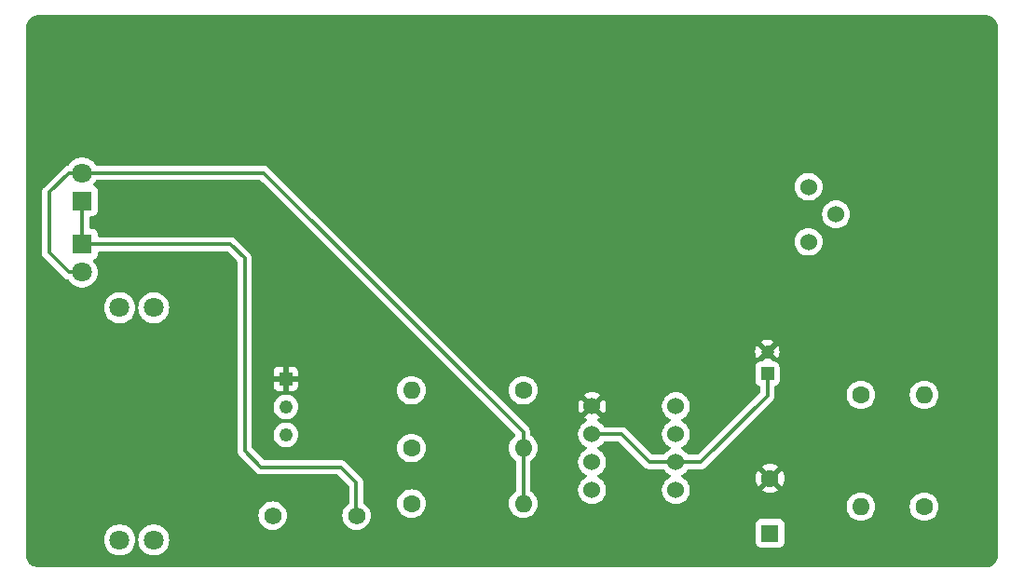
<source format=gbr>
%TF.GenerationSoftware,KiCad,Pcbnew,8.0.3*%
%TF.CreationDate,2024-06-29T12:04:23+02:00*%
%TF.ProjectId,business_card,62757369-6e65-4737-935f-636172642e6b,v01*%
%TF.SameCoordinates,PX6590fa0PY7bfa480*%
%TF.FileFunction,Copper,L2,Bot*%
%TF.FilePolarity,Positive*%
%FSLAX46Y46*%
G04 Gerber Fmt 4.6, Leading zero omitted, Abs format (unit mm)*
G04 Created by KiCad (PCBNEW 8.0.3) date 2024-06-29 12:04:23*
%MOMM*%
%LPD*%
G01*
G04 APERTURE LIST*
%TA.AperFunction,ComponentPad*%
%ADD10C,1.575000*%
%TD*%
%TA.AperFunction,ComponentPad*%
%ADD11C,1.800000*%
%TD*%
%TA.AperFunction,ComponentPad*%
%ADD12R,1.800000X1.800000*%
%TD*%
%TA.AperFunction,ComponentPad*%
%ADD13R,1.200000X1.200000*%
%TD*%
%TA.AperFunction,ComponentPad*%
%ADD14C,1.200000*%
%TD*%
%TA.AperFunction,ComponentPad*%
%ADD15R,1.600000X1.600000*%
%TD*%
%TA.AperFunction,ComponentPad*%
%ADD16C,1.600000*%
%TD*%
%TA.AperFunction,ComponentPad*%
%ADD17O,1.600000X1.600000*%
%TD*%
%TA.AperFunction,ComponentPad*%
%ADD18R,1.234000X1.234000*%
%TD*%
%TA.AperFunction,ComponentPad*%
%ADD19C,1.234000*%
%TD*%
%TA.AperFunction,ComponentPad*%
%ADD20C,1.524000*%
%TD*%
%TA.AperFunction,Conductor*%
%ADD21C,0.300000*%
%TD*%
%TA.AperFunction,Conductor*%
%ADD22C,0.250000*%
%TD*%
G04 APERTURE END LIST*
D10*
%TO.P,SW1,2*%
%TO.N,+3V0*%
X30920000Y5600000D03*
%TO.P,SW1,1*%
%TO.N,Net-(BT1-+3V0-Pad2)*%
X23300000Y5600000D03*
%TD*%
D11*
%TO.P,BT1,2,+3V0*%
%TO.N,Net-(BT1-+3V0-Pad2)*%
X12500000Y24500000D03*
%TO.P,BT1,3,+3V0*%
X9400000Y24500000D03*
%TO.P,BT1,4,+3V0*%
X12500000Y3400000D03*
%TO.P,BT1,5,+3V0*%
X9400000Y3400000D03*
%TD*%
D12*
%TO.P,D1,1,K*%
%TO.N,+3V0*%
X6000000Y34225000D03*
D11*
%TO.P,D1,2,A*%
%TO.N,Net-(D1-A)*%
X6000000Y36765000D03*
%TD*%
D13*
%TO.P,C1,1*%
%TO.N,/THRES{slash}TRIG*%
X68250000Y18500000D03*
D14*
%TO.P,C1,2*%
%TO.N,GND*%
X68250000Y20500000D03*
%TD*%
D15*
%TO.P,C2,1*%
%TO.N,/CONT*%
X68500000Y4000000D03*
D16*
%TO.P,C2,2*%
%TO.N,GND*%
X68500000Y9000000D03*
%TD*%
%TO.P,R1,1*%
%TO.N,+3V0*%
X76750000Y16580000D03*
D17*
%TO.P,R1,2*%
%TO.N,/DISCH*%
X76750000Y6420000D03*
%TD*%
D16*
%TO.P,R5,1*%
%TO.N,Net-(Q1-C)*%
X35920000Y6700000D03*
D17*
%TO.P,R5,2*%
%TO.N,Net-(D1-A)*%
X46080000Y6700000D03*
%TD*%
D12*
%TO.P,D2,1,K*%
%TO.N,+3V0*%
X6000000Y30275000D03*
D11*
%TO.P,D2,2,A*%
%TO.N,Net-(D1-A)*%
X6000000Y27735000D03*
%TD*%
D18*
%TO.P,Q1,1,E*%
%TO.N,GND*%
X24500000Y18040000D03*
D19*
%TO.P,Q1,2,B*%
%TO.N,Net-(Q1-B)*%
X24500000Y15500000D03*
%TO.P,Q1,3,C*%
%TO.N,Net-(Q1-C)*%
X24500000Y12960000D03*
%TD*%
D20*
%TO.P,U1,1,GND*%
%TO.N,GND*%
X52327500Y15560000D03*
%TO.P,U1,2,TRIG*%
%TO.N,/THRES{slash}TRIG*%
X52327500Y13020000D03*
%TO.P,U1,3,OUT*%
%TO.N,/OUT*%
X52327500Y10480000D03*
%TO.P,U1,4,RESET*%
%TO.N,+3V0*%
X52327500Y7940000D03*
%TO.P,U1,5,CONT*%
%TO.N,/CONT*%
X59947500Y7940000D03*
%TO.P,U1,6,THRES*%
%TO.N,/THRES{slash}TRIG*%
X59947500Y10480000D03*
%TO.P,U1,7,DISCH*%
%TO.N,/DISCH*%
X59947500Y13020000D03*
%TO.P,U1,8,VDD*%
%TO.N,+3V0*%
X59947500Y15560000D03*
%TD*%
D16*
%TO.P,R4,1*%
%TO.N,Net-(Q1-C)*%
X35920000Y11750000D03*
D17*
%TO.P,R4,2*%
%TO.N,Net-(D1-A)*%
X46080000Y11750000D03*
%TD*%
D16*
%TO.P,R3,1*%
%TO.N,/OUT*%
X46080000Y17000000D03*
D17*
%TO.P,R3,2*%
%TO.N,Net-(Q1-B)*%
X35920000Y17000000D03*
%TD*%
D20*
%TO.P,RV1,1,1*%
%TO.N,Net-(R2-Pad1)*%
X72000000Y35500000D03*
%TO.P,RV1,2,2*%
%TO.N,/THRES{slash}TRIG*%
X74500000Y33000000D03*
%TO.P,RV1,3,3*%
%TO.N,unconnected-(RV1-Pad3)*%
X72000000Y30500000D03*
%TD*%
D16*
%TO.P,R2,1*%
%TO.N,Net-(R2-Pad1)*%
X82500000Y6420000D03*
D17*
%TO.P,R2,2*%
%TO.N,/DISCH*%
X82500000Y16580000D03*
%TD*%
D21*
%TO.N,/THRES{slash}TRIG*%
X55000000Y13000000D02*
X57520000Y10480000D01*
X68250000Y16500000D02*
X68250000Y18027400D01*
X52347500Y13000000D02*
X55000000Y13000000D01*
X62230000Y10480000D02*
X68250000Y16500000D01*
X59947500Y10480000D02*
X62230000Y10480000D01*
X52327500Y13020000D02*
X52347500Y13000000D01*
X57520000Y10480000D02*
X59947500Y10480000D01*
%TO.N,+3V0*%
X29500000Y10000000D02*
X22250000Y10000000D01*
X6000000Y34225000D02*
X6000000Y30275000D01*
D22*
X6000000Y34225000D02*
X6000000Y34000000D01*
D21*
X30900000Y5600000D02*
X30900000Y8600000D01*
X20750000Y29000000D02*
X19475000Y30275000D01*
X30900000Y5600000D02*
X30900000Y5650000D01*
X30900000Y8600000D02*
X29500000Y10000000D01*
X22250000Y10000000D02*
X20750000Y11500000D01*
X20750000Y11500000D02*
X20750000Y29000000D01*
X30900000Y5650000D02*
X31000000Y5750000D01*
X19475000Y30275000D02*
X6000000Y30275000D01*
%TO.N,Net-(D1-A)*%
X3000000Y29500000D02*
X4765000Y27735000D01*
D22*
X6000000Y27725000D02*
X6225000Y27500000D01*
D21*
X4765000Y36765000D02*
X3000000Y35000000D01*
X46080000Y7000000D02*
X46080000Y11750000D01*
X46080000Y11750000D02*
X46080000Y13170000D01*
X3000000Y35000000D02*
X3000000Y29500000D01*
X22485000Y36765000D02*
X6000000Y36765000D01*
X6000000Y36765000D02*
X4765000Y36765000D01*
X4765000Y27735000D02*
X6000000Y27735000D01*
X46080000Y13170000D02*
X22485000Y36765000D01*
%TD*%
%TA.AperFunction,Conductor*%
%TO.N,GND*%
G36*
X88105433Y51099079D02*
G01*
X88280160Y51083787D01*
X88301443Y51080034D01*
X88465613Y51036040D01*
X88485922Y51028647D01*
X88639957Y50956816D01*
X88658674Y50946009D01*
X88797894Y50848525D01*
X88814451Y50834632D01*
X88934631Y50714452D01*
X88948524Y50697895D01*
X89046008Y50558675D01*
X89056815Y50539958D01*
X89128646Y50385923D01*
X89136039Y50365613D01*
X89180032Y50201446D01*
X89183786Y50180159D01*
X89199077Y50005434D01*
X89199549Y49994624D01*
X89199500Y2037596D01*
X89199500Y1995413D01*
X89199028Y1984605D01*
X89183741Y1809884D01*
X89179988Y1788599D01*
X89135999Y1624427D01*
X89128606Y1604115D01*
X89056779Y1450082D01*
X89045972Y1431364D01*
X88948488Y1292142D01*
X88934594Y1275584D01*
X88814416Y1155406D01*
X88797858Y1141512D01*
X88658636Y1044028D01*
X88639918Y1033221D01*
X88485885Y961394D01*
X88465573Y954001D01*
X88301401Y910012D01*
X88280115Y906259D01*
X88105397Y890973D01*
X88094576Y890501D01*
X2047566Y900443D01*
X2047515Y900448D01*
X1995843Y900449D01*
X1995757Y900474D01*
X1995583Y900450D01*
X1995561Y900450D01*
X1995117Y900450D01*
X1984572Y900922D01*
X1809840Y916214D01*
X1788554Y919968D01*
X1624387Y963961D01*
X1604077Y971354D01*
X1450042Y1043185D01*
X1431325Y1053992D01*
X1292105Y1151476D01*
X1275548Y1165369D01*
X1155368Y1285549D01*
X1141475Y1302106D01*
X1043991Y1441326D01*
X1033184Y1460043D01*
X961353Y1614078D01*
X953960Y1634388D01*
X909967Y1798555D01*
X906213Y1819841D01*
X890922Y1994555D01*
X890450Y2005392D01*
X890625Y2842456D01*
X890742Y3400007D01*
X7994700Y3400007D01*
X7994700Y3399994D01*
X8013864Y3168703D01*
X8013866Y3168692D01*
X8070842Y2943700D01*
X8164075Y2731152D01*
X8291016Y2536853D01*
X8291019Y2536849D01*
X8291021Y2536847D01*
X8448216Y2366087D01*
X8448219Y2366085D01*
X8448222Y2366082D01*
X8631365Y2223536D01*
X8631371Y2223532D01*
X8631374Y2223530D01*
X8835497Y2113064D01*
X8949487Y2073932D01*
X9055015Y2037703D01*
X9055017Y2037703D01*
X9055019Y2037702D01*
X9283951Y1999500D01*
X9283952Y1999500D01*
X9516048Y1999500D01*
X9516049Y1999500D01*
X9744981Y2037702D01*
X9964503Y2113064D01*
X10168626Y2223530D01*
X10351784Y2366087D01*
X10508979Y2536847D01*
X10635924Y2731151D01*
X10729157Y2943700D01*
X10786134Y3168695D01*
X10805300Y3400000D01*
X10805300Y3400007D01*
X11094700Y3400007D01*
X11094700Y3399994D01*
X11113864Y3168703D01*
X11113866Y3168692D01*
X11170842Y2943700D01*
X11264075Y2731152D01*
X11391016Y2536853D01*
X11391019Y2536849D01*
X11391021Y2536847D01*
X11548216Y2366087D01*
X11548219Y2366085D01*
X11548222Y2366082D01*
X11731365Y2223536D01*
X11731371Y2223532D01*
X11731374Y2223530D01*
X11935497Y2113064D01*
X12049487Y2073932D01*
X12155015Y2037703D01*
X12155017Y2037703D01*
X12155019Y2037702D01*
X12383951Y1999500D01*
X12383952Y1999500D01*
X12616048Y1999500D01*
X12616049Y1999500D01*
X12844981Y2037702D01*
X13064503Y2113064D01*
X13268626Y2223530D01*
X13451784Y2366087D01*
X13608979Y2536847D01*
X13735924Y2731151D01*
X13829157Y2943700D01*
X13886134Y3168695D01*
X13905300Y3400000D01*
X13905300Y3400007D01*
X13886135Y3631298D01*
X13886133Y3631309D01*
X13829157Y3856301D01*
X13735924Y4068849D01*
X13608983Y4263148D01*
X13608980Y4263151D01*
X13608979Y4263153D01*
X13451784Y4433913D01*
X13451779Y4433917D01*
X13451777Y4433919D01*
X13268634Y4576465D01*
X13268628Y4576469D01*
X13064504Y4686936D01*
X13064495Y4686939D01*
X12844984Y4762298D01*
X12673282Y4790950D01*
X12616049Y4800500D01*
X12383951Y4800500D01*
X12338164Y4792860D01*
X12155015Y4762298D01*
X11935504Y4686939D01*
X11935495Y4686936D01*
X11731371Y4576469D01*
X11731365Y4576465D01*
X11548222Y4433919D01*
X11548219Y4433916D01*
X11548216Y4433914D01*
X11548216Y4433913D01*
X11489267Y4369878D01*
X11391016Y4263148D01*
X11264075Y4068849D01*
X11170842Y3856301D01*
X11113866Y3631309D01*
X11113864Y3631298D01*
X11094700Y3400007D01*
X10805300Y3400007D01*
X10786135Y3631298D01*
X10786133Y3631309D01*
X10729157Y3856301D01*
X10635924Y4068849D01*
X10508983Y4263148D01*
X10508980Y4263151D01*
X10508979Y4263153D01*
X10351784Y4433913D01*
X10351779Y4433917D01*
X10351777Y4433919D01*
X10168634Y4576465D01*
X10168628Y4576469D01*
X9964504Y4686936D01*
X9964495Y4686939D01*
X9744984Y4762298D01*
X9573282Y4790950D01*
X9516049Y4800500D01*
X9283951Y4800500D01*
X9238164Y4792860D01*
X9055015Y4762298D01*
X8835504Y4686939D01*
X8835495Y4686936D01*
X8631371Y4576469D01*
X8631365Y4576465D01*
X8448222Y4433919D01*
X8448219Y4433916D01*
X8448216Y4433914D01*
X8448216Y4433913D01*
X8389267Y4369878D01*
X8291016Y4263148D01*
X8164075Y4068849D01*
X8070842Y3856301D01*
X8013866Y3631309D01*
X8013864Y3631298D01*
X7994700Y3400007D01*
X890742Y3400007D01*
X891203Y5600003D01*
X22007080Y5600003D01*
X22007080Y5599998D01*
X22026721Y5375493D01*
X22026722Y5375486D01*
X22085051Y5157800D01*
X22085055Y5157789D01*
X22180296Y4953544D01*
X22180302Y4953534D01*
X22254293Y4847865D01*
X22309566Y4768927D01*
X22468927Y4609566D01*
X22653540Y4480298D01*
X22753001Y4433919D01*
X22857788Y4385056D01*
X22857790Y4385056D01*
X22857795Y4385053D01*
X23075487Y4326722D01*
X23235853Y4312692D01*
X23299998Y4307080D01*
X23300000Y4307080D01*
X23300002Y4307080D01*
X23356128Y4311991D01*
X23524513Y4326722D01*
X23742205Y4385053D01*
X23946460Y4480298D01*
X24131073Y4609566D01*
X24290434Y4768927D01*
X24419702Y4953540D01*
X24514947Y5157795D01*
X24573278Y5375487D01*
X24590246Y5569433D01*
X24592920Y5599998D01*
X24592920Y5600003D01*
X24573278Y5824508D01*
X24573278Y5824513D01*
X24514947Y6042205D01*
X24419702Y6246460D01*
X24290434Y6431073D01*
X24131073Y6590434D01*
X24023374Y6665846D01*
X23946466Y6719698D01*
X23946463Y6719700D01*
X23946460Y6719702D01*
X23946456Y6719704D01*
X23742211Y6814945D01*
X23742200Y6814949D01*
X23524514Y6873278D01*
X23524507Y6873279D01*
X23300002Y6892920D01*
X23299998Y6892920D01*
X23075492Y6873279D01*
X23075485Y6873278D01*
X22857799Y6814949D01*
X22857788Y6814945D01*
X22653543Y6719704D01*
X22653533Y6719698D01*
X22468926Y6590434D01*
X22309566Y6431074D01*
X22180302Y6246467D01*
X22180296Y6246457D01*
X22085055Y6042212D01*
X22085051Y6042201D01*
X22026722Y5824515D01*
X22026721Y5824508D01*
X22007080Y5600003D01*
X891203Y5600003D01*
X895159Y24500007D01*
X7994700Y24500007D01*
X7994700Y24499994D01*
X8013864Y24268703D01*
X8013866Y24268692D01*
X8070842Y24043700D01*
X8164075Y23831152D01*
X8291016Y23636853D01*
X8291019Y23636849D01*
X8291021Y23636847D01*
X8448216Y23466087D01*
X8448219Y23466085D01*
X8448222Y23466082D01*
X8631365Y23323536D01*
X8631371Y23323532D01*
X8631374Y23323530D01*
X8835497Y23213064D01*
X8949487Y23173932D01*
X9055015Y23137703D01*
X9055017Y23137703D01*
X9055019Y23137702D01*
X9283951Y23099500D01*
X9283952Y23099500D01*
X9516048Y23099500D01*
X9516049Y23099500D01*
X9744981Y23137702D01*
X9964503Y23213064D01*
X10168626Y23323530D01*
X10351784Y23466087D01*
X10508979Y23636847D01*
X10635924Y23831151D01*
X10729157Y24043700D01*
X10786134Y24268695D01*
X10805300Y24500000D01*
X10805300Y24500007D01*
X11094700Y24500007D01*
X11094700Y24499994D01*
X11113864Y24268703D01*
X11113866Y24268692D01*
X11170842Y24043700D01*
X11264075Y23831152D01*
X11391016Y23636853D01*
X11391019Y23636849D01*
X11391021Y23636847D01*
X11548216Y23466087D01*
X11548219Y23466085D01*
X11548222Y23466082D01*
X11731365Y23323536D01*
X11731371Y23323532D01*
X11731374Y23323530D01*
X11935497Y23213064D01*
X12049487Y23173932D01*
X12155015Y23137703D01*
X12155017Y23137703D01*
X12155019Y23137702D01*
X12383951Y23099500D01*
X12383952Y23099500D01*
X12616048Y23099500D01*
X12616049Y23099500D01*
X12844981Y23137702D01*
X13064503Y23213064D01*
X13268626Y23323530D01*
X13451784Y23466087D01*
X13608979Y23636847D01*
X13735924Y23831151D01*
X13829157Y24043700D01*
X13886134Y24268695D01*
X13905300Y24500000D01*
X13905300Y24500007D01*
X13886135Y24731298D01*
X13886133Y24731309D01*
X13829157Y24956301D01*
X13735924Y25168849D01*
X13608983Y25363148D01*
X13608980Y25363151D01*
X13608979Y25363153D01*
X13451784Y25533913D01*
X13451779Y25533917D01*
X13451777Y25533919D01*
X13268634Y25676465D01*
X13268628Y25676469D01*
X13064504Y25786936D01*
X13064495Y25786939D01*
X12844984Y25862298D01*
X12673282Y25890950D01*
X12616049Y25900500D01*
X12383951Y25900500D01*
X12338164Y25892860D01*
X12155015Y25862298D01*
X11935504Y25786939D01*
X11935495Y25786936D01*
X11731371Y25676469D01*
X11731365Y25676465D01*
X11548222Y25533919D01*
X11548219Y25533916D01*
X11391016Y25363148D01*
X11264075Y25168849D01*
X11170842Y24956301D01*
X11113866Y24731309D01*
X11113864Y24731298D01*
X11094700Y24500007D01*
X10805300Y24500007D01*
X10786135Y24731298D01*
X10786133Y24731309D01*
X10729157Y24956301D01*
X10635924Y25168849D01*
X10508983Y25363148D01*
X10508980Y25363151D01*
X10508979Y25363153D01*
X10351784Y25533913D01*
X10351779Y25533917D01*
X10351777Y25533919D01*
X10168634Y25676465D01*
X10168628Y25676469D01*
X9964504Y25786936D01*
X9964495Y25786939D01*
X9744984Y25862298D01*
X9573282Y25890950D01*
X9516049Y25900500D01*
X9283951Y25900500D01*
X9238164Y25892860D01*
X9055015Y25862298D01*
X8835504Y25786939D01*
X8835495Y25786936D01*
X8631371Y25676469D01*
X8631365Y25676465D01*
X8448222Y25533919D01*
X8448219Y25533916D01*
X8291016Y25363148D01*
X8164075Y25168849D01*
X8070842Y24956301D01*
X8013866Y24731309D01*
X8013864Y24731298D01*
X7994700Y24500007D01*
X895159Y24500007D01*
X897371Y35064072D01*
X2349500Y35064072D01*
X2349500Y29435930D01*
X2364400Y29361028D01*
X2364400Y29361026D01*
X2374497Y29310263D01*
X2374499Y29310256D01*
X2423535Y29191873D01*
X2463096Y29132665D01*
X2494726Y29085327D01*
X4350326Y27229727D01*
X4350329Y27229725D01*
X4350331Y27229723D01*
X4456873Y27158535D01*
X4575256Y27109499D01*
X4575260Y27109499D01*
X4575261Y27109498D01*
X4706906Y27083311D01*
X4706427Y27080905D01*
X4761204Y27058814D01*
X4788111Y27029362D01*
X4825373Y26972329D01*
X4891016Y26871853D01*
X4891019Y26871849D01*
X4891021Y26871847D01*
X5048216Y26701087D01*
X5048219Y26701085D01*
X5048222Y26701082D01*
X5231365Y26558536D01*
X5231371Y26558532D01*
X5231374Y26558530D01*
X5435497Y26448064D01*
X5549487Y26408932D01*
X5655015Y26372703D01*
X5655017Y26372703D01*
X5655019Y26372702D01*
X5883951Y26334500D01*
X5883952Y26334500D01*
X6116048Y26334500D01*
X6116049Y26334500D01*
X6344981Y26372702D01*
X6564503Y26448064D01*
X6768626Y26558530D01*
X6951784Y26701087D01*
X7108979Y26871847D01*
X7235924Y27066151D01*
X7329157Y27278700D01*
X7386134Y27503695D01*
X7405300Y27735000D01*
X7405300Y27735007D01*
X7386135Y27966298D01*
X7386133Y27966309D01*
X7329157Y28191301D01*
X7235924Y28403849D01*
X7108983Y28598148D01*
X7108980Y28598151D01*
X7108979Y28598153D01*
X7014195Y28701116D01*
X6983275Y28763768D01*
X6991135Y28833194D01*
X7035283Y28887349D01*
X7062095Y28901278D01*
X7142326Y28931202D01*
X7142326Y28931203D01*
X7142331Y28931204D01*
X7257546Y29017454D01*
X7343796Y29132669D01*
X7394091Y29267517D01*
X7400500Y29327127D01*
X7400500Y29500500D01*
X7420185Y29567539D01*
X7472989Y29613294D01*
X7524500Y29624500D01*
X19154192Y29624500D01*
X19221231Y29604815D01*
X19241873Y29588181D01*
X20063181Y28766873D01*
X20096666Y28705550D01*
X20099500Y28679192D01*
X20099500Y11435931D01*
X20114306Y11361500D01*
X20124499Y11310256D01*
X20173535Y11191873D01*
X20244723Y11085331D01*
X20244726Y11085327D01*
X21835324Y9494729D01*
X21835331Y9494723D01*
X21941871Y9423536D01*
X21941870Y9423536D01*
X21976544Y9409174D01*
X22060256Y9374499D01*
X22060260Y9374499D01*
X22060261Y9374498D01*
X22185928Y9349500D01*
X22185931Y9349500D01*
X29179192Y9349500D01*
X29246231Y9329815D01*
X29266873Y9313181D01*
X30213181Y8366873D01*
X30246666Y8305550D01*
X30249500Y8279192D01*
X30249500Y6767420D01*
X30229815Y6700381D01*
X30196624Y6665846D01*
X30088934Y6590440D01*
X30088923Y6590431D01*
X29929566Y6431074D01*
X29800302Y6246467D01*
X29800296Y6246457D01*
X29705055Y6042212D01*
X29705051Y6042201D01*
X29646722Y5824515D01*
X29646721Y5824508D01*
X29627080Y5600003D01*
X29627080Y5599998D01*
X29646721Y5375493D01*
X29646722Y5375486D01*
X29705051Y5157800D01*
X29705055Y5157789D01*
X29800296Y4953544D01*
X29800302Y4953534D01*
X29874293Y4847865D01*
X29929566Y4768927D01*
X30088927Y4609566D01*
X30273540Y4480298D01*
X30373001Y4433919D01*
X30477788Y4385056D01*
X30477790Y4385056D01*
X30477795Y4385053D01*
X30695487Y4326722D01*
X30855853Y4312692D01*
X30919998Y4307080D01*
X30920000Y4307080D01*
X30920002Y4307080D01*
X30976128Y4311991D01*
X31144513Y4326722D01*
X31362205Y4385053D01*
X31566460Y4480298D01*
X31751073Y4609566D01*
X31910434Y4768927D01*
X31965707Y4847865D01*
X67199500Y4847865D01*
X67199500Y3152130D01*
X67199501Y3152124D01*
X67205908Y3092517D01*
X67256202Y2957672D01*
X67256206Y2957665D01*
X67342452Y2842456D01*
X67342455Y2842453D01*
X67457664Y2756207D01*
X67457671Y2756203D01*
X67592517Y2705909D01*
X67592516Y2705909D01*
X67599444Y2705165D01*
X67652127Y2699500D01*
X69347872Y2699501D01*
X69407483Y2705909D01*
X69542331Y2756204D01*
X69657546Y2842454D01*
X69743796Y2957669D01*
X69794091Y3092517D01*
X69800500Y3152127D01*
X69800499Y4847872D01*
X69794091Y4907483D01*
X69776911Y4953544D01*
X69743797Y5042329D01*
X69743793Y5042336D01*
X69657547Y5157545D01*
X69657544Y5157548D01*
X69542335Y5243794D01*
X69542328Y5243798D01*
X69407482Y5294092D01*
X69407483Y5294092D01*
X69347883Y5300499D01*
X69347881Y5300500D01*
X69347873Y5300500D01*
X69347864Y5300500D01*
X67652129Y5300500D01*
X67652123Y5300499D01*
X67592516Y5294092D01*
X67457671Y5243798D01*
X67457664Y5243794D01*
X67342455Y5157548D01*
X67342452Y5157545D01*
X67256206Y5042336D01*
X67256202Y5042329D01*
X67205908Y4907483D01*
X67199501Y4847884D01*
X67199501Y4847877D01*
X67199500Y4847865D01*
X31965707Y4847865D01*
X32039702Y4953540D01*
X32134947Y5157795D01*
X32193278Y5375487D01*
X32210246Y5569433D01*
X32212920Y5599998D01*
X32212920Y5600003D01*
X32193278Y5824508D01*
X32193278Y5824513D01*
X32134947Y6042205D01*
X32039702Y6246460D01*
X31910434Y6431073D01*
X31751073Y6590434D01*
X31751064Y6590440D01*
X31603376Y6693854D01*
X31598462Y6700002D01*
X34614532Y6700002D01*
X34614532Y6699999D01*
X34634364Y6473314D01*
X34634366Y6473303D01*
X34693258Y6253512D01*
X34693261Y6253503D01*
X34789431Y6047268D01*
X34789432Y6047266D01*
X34919954Y5860859D01*
X35080858Y5699955D01*
X35080861Y5699953D01*
X35267266Y5569432D01*
X35473504Y5473261D01*
X35693308Y5414365D01*
X35855230Y5400199D01*
X35919998Y5394532D01*
X35920000Y5394532D01*
X35920002Y5394532D01*
X35976673Y5399491D01*
X36146692Y5414365D01*
X36366496Y5473261D01*
X36572734Y5569432D01*
X36759139Y5699953D01*
X36920047Y5860861D01*
X37050568Y6047266D01*
X37146739Y6253504D01*
X37205635Y6473308D01*
X37225468Y6700000D01*
X37205635Y6926692D01*
X37146739Y7146496D01*
X37050568Y7352734D01*
X36920047Y7539139D01*
X36920045Y7539142D01*
X36759141Y7700046D01*
X36572734Y7830568D01*
X36572732Y7830569D01*
X36366497Y7926739D01*
X36366488Y7926742D01*
X36146697Y7985634D01*
X36146693Y7985635D01*
X36146692Y7985635D01*
X36146691Y7985636D01*
X36146686Y7985636D01*
X35920002Y8005468D01*
X35919998Y8005468D01*
X35693313Y7985636D01*
X35693302Y7985634D01*
X35473511Y7926742D01*
X35473502Y7926739D01*
X35267267Y7830569D01*
X35267265Y7830568D01*
X35080858Y7700046D01*
X34919954Y7539142D01*
X34789432Y7352735D01*
X34789431Y7352733D01*
X34693261Y7146498D01*
X34693258Y7146489D01*
X34634366Y6926698D01*
X34634364Y6926687D01*
X34614532Y6700002D01*
X31598462Y6700002D01*
X31559751Y6748431D01*
X31550500Y6795428D01*
X31550500Y8664072D01*
X31525502Y8789739D01*
X31525501Y8789740D01*
X31525501Y8789744D01*
X31476465Y8908127D01*
X31474662Y8910826D01*
X31474659Y8910830D01*
X31405278Y9014668D01*
X31405272Y9014675D01*
X29914673Y10505274D01*
X29914669Y10505277D01*
X29808127Y10576465D01*
X29750543Y10600317D01*
X29689744Y10625501D01*
X29689738Y10625503D01*
X29564071Y10650500D01*
X29564069Y10650500D01*
X22570808Y10650500D01*
X22503769Y10670185D01*
X22483127Y10686819D01*
X21436819Y11733127D01*
X21427605Y11750002D01*
X34614532Y11750002D01*
X34614532Y11749999D01*
X34634364Y11523314D01*
X34634366Y11523303D01*
X34693258Y11303512D01*
X34693261Y11303503D01*
X34789431Y11097268D01*
X34789432Y11097266D01*
X34919954Y10910859D01*
X35080858Y10749955D01*
X35080861Y10749953D01*
X35267266Y10619432D01*
X35473504Y10523261D01*
X35693308Y10464365D01*
X35855230Y10450199D01*
X35919998Y10444532D01*
X35920000Y10444532D01*
X35920002Y10444532D01*
X35976673Y10449491D01*
X36146692Y10464365D01*
X36366496Y10523261D01*
X36572734Y10619432D01*
X36759139Y10749953D01*
X36920047Y10910861D01*
X37050568Y11097266D01*
X37146739Y11303504D01*
X37205635Y11523308D01*
X37225468Y11750000D01*
X37205635Y11976692D01*
X37146739Y12196496D01*
X37050568Y12402734D01*
X36920047Y12589139D01*
X36920045Y12589142D01*
X36759141Y12750046D01*
X36572734Y12880568D01*
X36572732Y12880569D01*
X36366497Y12976739D01*
X36366488Y12976742D01*
X36146697Y13035634D01*
X36146693Y13035635D01*
X36146692Y13035635D01*
X36146691Y13035636D01*
X36146686Y13035636D01*
X35920002Y13055468D01*
X35919998Y13055468D01*
X35693313Y13035636D01*
X35693302Y13035634D01*
X35473511Y12976742D01*
X35473502Y12976739D01*
X35267267Y12880569D01*
X35267265Y12880568D01*
X35080858Y12750046D01*
X34919954Y12589142D01*
X34789432Y12402735D01*
X34789431Y12402733D01*
X34693261Y12196498D01*
X34693258Y12196489D01*
X34634366Y11976698D01*
X34634364Y11976687D01*
X34614532Y11750002D01*
X21427605Y11750002D01*
X21403334Y11794450D01*
X21400500Y11820808D01*
X21400500Y12960001D01*
X23377713Y12960001D01*
X23377713Y12960000D01*
X23396821Y12753781D01*
X23453498Y12554586D01*
X23453503Y12554573D01*
X23529110Y12402735D01*
X23545812Y12369192D01*
X23669517Y12205380D01*
X23670621Y12203919D01*
X23823670Y12064397D01*
X23823672Y12064395D01*
X23999750Y11955372D01*
X23999752Y11955371D01*
X23999754Y11955370D01*
X24192872Y11880556D01*
X24396448Y11842500D01*
X24396451Y11842500D01*
X24603549Y11842500D01*
X24603552Y11842500D01*
X24807128Y11880556D01*
X25000246Y11955370D01*
X25176329Y12064396D01*
X25329380Y12203920D01*
X25454188Y12369192D01*
X25546501Y12554583D01*
X25603178Y12753780D01*
X25622287Y12960000D01*
X25603178Y13166220D01*
X25546501Y13365417D01*
X25454188Y13550808D01*
X25329380Y13716080D01*
X25176329Y13855604D01*
X25176327Y13855606D01*
X25000249Y13964629D01*
X25000240Y13964633D01*
X24877505Y14012180D01*
X24807128Y14039444D01*
X24603552Y14077500D01*
X24396448Y14077500D01*
X24192872Y14039444D01*
X23999759Y13964633D01*
X23999750Y13964629D01*
X23823672Y13855606D01*
X23823670Y13855604D01*
X23670621Y13716082D01*
X23545812Y13550809D01*
X23453503Y13365428D01*
X23453498Y13365415D01*
X23396821Y13166220D01*
X23377713Y12960001D01*
X21400500Y12960001D01*
X21400500Y15500001D01*
X23377713Y15500001D01*
X23377713Y15500000D01*
X23396821Y15293781D01*
X23453498Y15094586D01*
X23453503Y15094573D01*
X23537146Y14926595D01*
X23545812Y14909192D01*
X23669517Y14745380D01*
X23670621Y14743919D01*
X23823670Y14604397D01*
X23823672Y14604395D01*
X23999750Y14495372D01*
X23999752Y14495371D01*
X23999754Y14495370D01*
X24192872Y14420556D01*
X24396448Y14382500D01*
X24396451Y14382500D01*
X24603549Y14382500D01*
X24603552Y14382500D01*
X24807128Y14420556D01*
X25000246Y14495370D01*
X25176329Y14604396D01*
X25329380Y14743920D01*
X25454188Y14909192D01*
X25546501Y15094583D01*
X25603178Y15293780D01*
X25622287Y15500000D01*
X25603178Y15706220D01*
X25546501Y15905417D01*
X25541711Y15915036D01*
X25499427Y15999955D01*
X25454188Y16090808D01*
X25329380Y16256080D01*
X25327065Y16258190D01*
X25176329Y16395604D01*
X25176327Y16395606D01*
X25000249Y16504629D01*
X25000240Y16504633D01*
X24874066Y16553512D01*
X24807128Y16579444D01*
X24603552Y16617500D01*
X24396448Y16617500D01*
X24195857Y16580002D01*
X24192872Y16579444D01*
X23999759Y16504633D01*
X23999750Y16504629D01*
X23823672Y16395606D01*
X23823670Y16395604D01*
X23670621Y16256082D01*
X23545812Y16090809D01*
X23453503Y15905428D01*
X23453498Y15905415D01*
X23396821Y15706220D01*
X23377713Y15500001D01*
X21400500Y15500001D01*
X21400500Y18704845D01*
X23383000Y18704845D01*
X23383000Y18290000D01*
X24240884Y18290000D01*
X24211929Y18261045D01*
X24164534Y18178955D01*
X24140000Y18087395D01*
X24140000Y17992605D01*
X24164534Y17901045D01*
X24211929Y17818955D01*
X24240884Y17790000D01*
X23383000Y17790000D01*
X23383000Y17375156D01*
X23389401Y17315628D01*
X23389403Y17315621D01*
X23439645Y17180914D01*
X23439649Y17180907D01*
X23525809Y17065813D01*
X23525812Y17065810D01*
X23640906Y16979650D01*
X23640913Y16979646D01*
X23775620Y16929404D01*
X23775627Y16929402D01*
X23835155Y16923001D01*
X23835172Y16923000D01*
X24250000Y16923000D01*
X24250000Y17780884D01*
X24278955Y17751929D01*
X24361045Y17704534D01*
X24452605Y17680000D01*
X24547395Y17680000D01*
X24638955Y17704534D01*
X24721045Y17751929D01*
X24750000Y17780884D01*
X24750000Y16923000D01*
X25164828Y16923000D01*
X25164844Y16923001D01*
X25224372Y16929402D01*
X25224379Y16929404D01*
X25359086Y16979646D01*
X25359093Y16979650D01*
X25386280Y17000002D01*
X34614532Y17000002D01*
X34614532Y16999999D01*
X34634364Y16773314D01*
X34634366Y16773303D01*
X34693258Y16553512D01*
X34693261Y16553503D01*
X34789431Y16347268D01*
X34789432Y16347266D01*
X34919954Y16160859D01*
X35080858Y15999955D01*
X35080861Y15999953D01*
X35267266Y15869432D01*
X35473504Y15773261D01*
X35693308Y15714365D01*
X35855230Y15700199D01*
X35919998Y15694532D01*
X35920000Y15694532D01*
X35920002Y15694532D01*
X35976673Y15699491D01*
X36146692Y15714365D01*
X36366496Y15773261D01*
X36572734Y15869432D01*
X36759139Y15999953D01*
X36920047Y16160861D01*
X37050568Y16347266D01*
X37146739Y16553504D01*
X37205635Y16773308D01*
X37225468Y17000000D01*
X37205635Y17226692D01*
X37154069Y17419139D01*
X37146741Y17446489D01*
X37146738Y17446498D01*
X37101993Y17542453D01*
X37050568Y17652734D01*
X36920047Y17839139D01*
X36920045Y17839142D01*
X36759141Y18000046D01*
X36572734Y18130568D01*
X36572732Y18130569D01*
X36366497Y18226739D01*
X36366488Y18226742D01*
X36146697Y18285634D01*
X36146693Y18285635D01*
X36146692Y18285635D01*
X36146691Y18285636D01*
X36146686Y18285636D01*
X35920002Y18305468D01*
X35919998Y18305468D01*
X35693313Y18285636D01*
X35693302Y18285634D01*
X35473511Y18226742D01*
X35473502Y18226739D01*
X35267267Y18130569D01*
X35267265Y18130568D01*
X35080858Y18000046D01*
X34919954Y17839142D01*
X34789432Y17652735D01*
X34789431Y17652733D01*
X34693261Y17446498D01*
X34693258Y17446489D01*
X34634366Y17226698D01*
X34634364Y17226687D01*
X34614532Y17000002D01*
X25386280Y17000002D01*
X25474187Y17065810D01*
X25474190Y17065813D01*
X25560350Y17180907D01*
X25560354Y17180914D01*
X25610596Y17315621D01*
X25610598Y17315628D01*
X25616999Y17375156D01*
X25617000Y17375173D01*
X25617000Y17790000D01*
X24759116Y17790000D01*
X24788071Y17818955D01*
X24835466Y17901045D01*
X24860000Y17992605D01*
X24860000Y18087395D01*
X24835466Y18178955D01*
X24788071Y18261045D01*
X24759116Y18290000D01*
X25617000Y18290000D01*
X25617000Y18704828D01*
X25616999Y18704845D01*
X25610598Y18764373D01*
X25610596Y18764380D01*
X25560354Y18899087D01*
X25560350Y18899094D01*
X25474190Y19014188D01*
X25474187Y19014191D01*
X25359093Y19100351D01*
X25359086Y19100355D01*
X25224379Y19150597D01*
X25224372Y19150599D01*
X25164844Y19157000D01*
X24750000Y19157000D01*
X24750000Y18299116D01*
X24721045Y18328071D01*
X24638955Y18375466D01*
X24547395Y18400000D01*
X24452605Y18400000D01*
X24361045Y18375466D01*
X24278955Y18328071D01*
X24250000Y18299116D01*
X24250000Y19157000D01*
X23835155Y19157000D01*
X23775627Y19150599D01*
X23775620Y19150597D01*
X23640913Y19100355D01*
X23640906Y19100351D01*
X23525812Y19014191D01*
X23525809Y19014188D01*
X23439649Y18899094D01*
X23439645Y18899087D01*
X23389403Y18764380D01*
X23389401Y18764373D01*
X23383000Y18704845D01*
X21400500Y18704845D01*
X21400500Y29064072D01*
X21375502Y29189739D01*
X21375501Y29189740D01*
X21375501Y29189744D01*
X21326465Y29308127D01*
X21313769Y29327128D01*
X21255276Y29414670D01*
X21255274Y29414673D01*
X19889673Y30780274D01*
X19889669Y30780277D01*
X19783127Y30851465D01*
X19664744Y30900501D01*
X19664738Y30900503D01*
X19539071Y30925500D01*
X19539069Y30925500D01*
X7524499Y30925500D01*
X7457460Y30945185D01*
X7411705Y30997989D01*
X7400499Y31049500D01*
X7400499Y31222871D01*
X7400498Y31222877D01*
X7400497Y31222884D01*
X7394091Y31282483D01*
X7343796Y31417331D01*
X7343795Y31417332D01*
X7343793Y31417336D01*
X7257547Y31532545D01*
X7257544Y31532548D01*
X7142335Y31618794D01*
X7142328Y31618798D01*
X7007482Y31669092D01*
X7007483Y31669092D01*
X6947883Y31675499D01*
X6947881Y31675500D01*
X6947873Y31675500D01*
X6947865Y31675500D01*
X6774500Y31675500D01*
X6707461Y31695185D01*
X6661706Y31747989D01*
X6650500Y31799500D01*
X6650500Y32700501D01*
X6670185Y32767540D01*
X6722989Y32813295D01*
X6774500Y32824501D01*
X6947871Y32824501D01*
X6947872Y32824501D01*
X7007483Y32830909D01*
X7142331Y32881204D01*
X7257546Y32967454D01*
X7343796Y33082669D01*
X7394091Y33217517D01*
X7400500Y33277127D01*
X7400499Y35172872D01*
X7394091Y35232483D01*
X7376394Y35279930D01*
X7343797Y35367329D01*
X7343793Y35367336D01*
X7257547Y35482545D01*
X7257544Y35482548D01*
X7142335Y35568794D01*
X7142328Y35568798D01*
X7062094Y35598723D01*
X7006160Y35640594D01*
X6981743Y35706059D01*
X6996595Y35774332D01*
X7014190Y35798879D01*
X7108979Y35901847D01*
X7211209Y36058322D01*
X7264354Y36103678D01*
X7315017Y36114500D01*
X22164192Y36114500D01*
X22231231Y36094815D01*
X22251873Y36078181D01*
X45335839Y12994215D01*
X45369324Y12932892D01*
X45364340Y12863200D01*
X45322468Y12807267D01*
X45319283Y12804960D01*
X45240857Y12750045D01*
X45079954Y12589142D01*
X44949432Y12402735D01*
X44949431Y12402733D01*
X44853261Y12196498D01*
X44853258Y12196489D01*
X44794366Y11976698D01*
X44794364Y11976687D01*
X44774532Y11750002D01*
X44774532Y11749999D01*
X44794364Y11523314D01*
X44794366Y11523303D01*
X44853258Y11303512D01*
X44853261Y11303503D01*
X44949431Y11097268D01*
X44949432Y11097266D01*
X45079954Y10910859D01*
X45240855Y10749958D01*
X45240858Y10749956D01*
X45240861Y10749953D01*
X45376626Y10654891D01*
X45420248Y10600317D01*
X45429500Y10553318D01*
X45429500Y7896684D01*
X45409815Y7829645D01*
X45376623Y7795109D01*
X45240859Y7700047D01*
X45079954Y7539142D01*
X44949432Y7352735D01*
X44949431Y7352733D01*
X44853261Y7146498D01*
X44853258Y7146489D01*
X44794366Y6926698D01*
X44794364Y6926687D01*
X44774532Y6700002D01*
X44774532Y6699999D01*
X44794364Y6473314D01*
X44794366Y6473303D01*
X44853258Y6253512D01*
X44853261Y6253503D01*
X44949431Y6047268D01*
X44949432Y6047266D01*
X45079954Y5860859D01*
X45240858Y5699955D01*
X45240861Y5699953D01*
X45427266Y5569432D01*
X45633504Y5473261D01*
X45853308Y5414365D01*
X46015230Y5400199D01*
X46079998Y5394532D01*
X46080000Y5394532D01*
X46080002Y5394532D01*
X46136673Y5399491D01*
X46306692Y5414365D01*
X46526496Y5473261D01*
X46732734Y5569432D01*
X46919139Y5699953D01*
X47080047Y5860861D01*
X47210568Y6047266D01*
X47306739Y6253504D01*
X47351352Y6420002D01*
X75444532Y6420002D01*
X75444532Y6419999D01*
X75464364Y6193314D01*
X75464366Y6193303D01*
X75523258Y5973512D01*
X75523261Y5973503D01*
X75619431Y5767268D01*
X75619432Y5767266D01*
X75749954Y5580859D01*
X75910858Y5419955D01*
X75947166Y5394532D01*
X76097266Y5289432D01*
X76303504Y5193261D01*
X76523308Y5134365D01*
X76685230Y5120199D01*
X76749998Y5114532D01*
X76750000Y5114532D01*
X76750002Y5114532D01*
X76806673Y5119491D01*
X76976692Y5134365D01*
X77196496Y5193261D01*
X77402734Y5289432D01*
X77589139Y5419953D01*
X77750047Y5580861D01*
X77880568Y5767266D01*
X77976739Y5973504D01*
X78035635Y6193308D01*
X78055468Y6420000D01*
X78055468Y6420002D01*
X81194532Y6420002D01*
X81194532Y6419999D01*
X81214364Y6193314D01*
X81214366Y6193303D01*
X81273258Y5973512D01*
X81273261Y5973503D01*
X81369431Y5767268D01*
X81369432Y5767266D01*
X81499954Y5580859D01*
X81660858Y5419955D01*
X81697166Y5394532D01*
X81847266Y5289432D01*
X82053504Y5193261D01*
X82273308Y5134365D01*
X82435230Y5120199D01*
X82499998Y5114532D01*
X82500000Y5114532D01*
X82500002Y5114532D01*
X82556673Y5119491D01*
X82726692Y5134365D01*
X82946496Y5193261D01*
X83152734Y5289432D01*
X83339139Y5419953D01*
X83500047Y5580861D01*
X83630568Y5767266D01*
X83726739Y5973504D01*
X83785635Y6193308D01*
X83805468Y6420000D01*
X83785635Y6646692D01*
X83726739Y6866496D01*
X83630568Y7072734D01*
X83500047Y7259139D01*
X83500045Y7259142D01*
X83339141Y7420046D01*
X83152734Y7550568D01*
X83152732Y7550569D01*
X82946497Y7646739D01*
X82946488Y7646742D01*
X82726697Y7705634D01*
X82726693Y7705635D01*
X82726692Y7705635D01*
X82726691Y7705636D01*
X82726686Y7705636D01*
X82500002Y7725468D01*
X82499998Y7725468D01*
X82273313Y7705636D01*
X82273302Y7705634D01*
X82053511Y7646742D01*
X82053502Y7646739D01*
X81847267Y7550569D01*
X81847265Y7550568D01*
X81660858Y7420046D01*
X81499954Y7259142D01*
X81369432Y7072735D01*
X81369431Y7072733D01*
X81273261Y6866498D01*
X81273258Y6866489D01*
X81214366Y6646698D01*
X81214364Y6646687D01*
X81194532Y6420002D01*
X78055468Y6420002D01*
X78035635Y6646692D01*
X77976739Y6866496D01*
X77880568Y7072734D01*
X77750047Y7259139D01*
X77750045Y7259142D01*
X77589141Y7420046D01*
X77402734Y7550568D01*
X77402732Y7550569D01*
X77196497Y7646739D01*
X77196488Y7646742D01*
X76976697Y7705634D01*
X76976693Y7705635D01*
X76976692Y7705635D01*
X76976691Y7705636D01*
X76976686Y7705636D01*
X76750002Y7725468D01*
X76749998Y7725468D01*
X76523313Y7705636D01*
X76523302Y7705634D01*
X76303511Y7646742D01*
X76303502Y7646739D01*
X76097267Y7550569D01*
X76097265Y7550568D01*
X75910858Y7420046D01*
X75749954Y7259142D01*
X75619432Y7072735D01*
X75619431Y7072733D01*
X75523261Y6866498D01*
X75523258Y6866489D01*
X75464366Y6646698D01*
X75464364Y6646687D01*
X75444532Y6420002D01*
X47351352Y6420002D01*
X47365635Y6473308D01*
X47385468Y6700000D01*
X47365635Y6926692D01*
X47306739Y7146496D01*
X47210568Y7352734D01*
X47080047Y7539139D01*
X47080045Y7539142D01*
X46919140Y7700047D01*
X46783377Y7795109D01*
X46739752Y7849686D01*
X46730500Y7896684D01*
X46730500Y10553318D01*
X46750185Y10620357D01*
X46783371Y10654889D01*
X46919139Y10749953D01*
X47080047Y10910861D01*
X47210568Y11097266D01*
X47306739Y11303504D01*
X47365635Y11523308D01*
X47385468Y11750000D01*
X47365635Y11976692D01*
X47306739Y12196496D01*
X47210568Y12402734D01*
X47080047Y12589139D01*
X47080045Y12589142D01*
X46919140Y12750047D01*
X46783377Y12845109D01*
X46739752Y12899686D01*
X46730500Y12946684D01*
X46730500Y13020003D01*
X51060177Y13020003D01*
X51060177Y13019998D01*
X51079429Y12799938D01*
X51079430Y12799930D01*
X51136604Y12586555D01*
X51136605Y12586553D01*
X51136606Y12586550D01*
X51222320Y12402735D01*
X51229966Y12386338D01*
X51229968Y12386334D01*
X51356670Y12205385D01*
X51356675Y12205379D01*
X51512878Y12049176D01*
X51512884Y12049171D01*
X51693833Y11922469D01*
X51693835Y11922468D01*
X51693838Y11922466D01*
X51783713Y11880557D01*
X51822689Y11862382D01*
X51875128Y11816210D01*
X51894280Y11749016D01*
X51874064Y11682135D01*
X51822689Y11637618D01*
X51693840Y11577535D01*
X51693838Y11577534D01*
X51512877Y11450825D01*
X51356675Y11294623D01*
X51229966Y11113662D01*
X51229965Y11113660D01*
X51136607Y10913452D01*
X51136604Y10913446D01*
X51079430Y10700071D01*
X51079429Y10700063D01*
X51060177Y10480003D01*
X51060177Y10479998D01*
X51079429Y10259938D01*
X51079430Y10259930D01*
X51136604Y10046555D01*
X51136605Y10046553D01*
X51136606Y10046550D01*
X51226161Y9854498D01*
X51229966Y9846338D01*
X51229968Y9846334D01*
X51356670Y9665385D01*
X51356675Y9665379D01*
X51512878Y9509176D01*
X51512884Y9509171D01*
X51693833Y9382469D01*
X51693835Y9382468D01*
X51693838Y9382466D01*
X51806749Y9329815D01*
X51822689Y9322382D01*
X51875128Y9276210D01*
X51894280Y9209016D01*
X51874064Y9142135D01*
X51822689Y9097618D01*
X51693840Y9037535D01*
X51693838Y9037534D01*
X51512877Y8910825D01*
X51356675Y8754623D01*
X51229966Y8573662D01*
X51229965Y8573660D01*
X51136607Y8373452D01*
X51136604Y8373446D01*
X51079430Y8160071D01*
X51079429Y8160063D01*
X51060177Y7940003D01*
X51060177Y7939998D01*
X51079429Y7719938D01*
X51079430Y7719930D01*
X51136604Y7506555D01*
X51136605Y7506553D01*
X51136606Y7506550D01*
X51208331Y7352735D01*
X51229966Y7306338D01*
X51229968Y7306334D01*
X51356670Y7125385D01*
X51356675Y7125379D01*
X51512878Y6969176D01*
X51512884Y6969171D01*
X51693833Y6842469D01*
X51693835Y6842468D01*
X51693838Y6842466D01*
X51894050Y6749106D01*
X52107432Y6691930D01*
X52264623Y6678178D01*
X52327498Y6672677D01*
X52327500Y6672677D01*
X52327502Y6672677D01*
X52382517Y6677491D01*
X52547568Y6691930D01*
X52760950Y6749106D01*
X52961162Y6842466D01*
X53142120Y6969174D01*
X53298326Y7125380D01*
X53425034Y7306338D01*
X53518394Y7506550D01*
X53575570Y7719932D01*
X53594823Y7940000D01*
X53590830Y7985636D01*
X53575570Y8160063D01*
X53575570Y8160068D01*
X53518394Y8373450D01*
X53425034Y8573661D01*
X53350631Y8679920D01*
X53298327Y8754619D01*
X53263201Y8789745D01*
X53142120Y8910826D01*
X53142116Y8910829D01*
X53142115Y8910830D01*
X52961166Y9037532D01*
X52961158Y9037536D01*
X52832311Y9097618D01*
X52779871Y9143790D01*
X52760719Y9210983D01*
X52780935Y9277865D01*
X52832311Y9322382D01*
X52848251Y9329815D01*
X52961162Y9382466D01*
X53142120Y9509174D01*
X53298326Y9665380D01*
X53425034Y9846338D01*
X53518394Y10046550D01*
X53575570Y10259932D01*
X53594823Y10480000D01*
X53591038Y10523259D01*
X53586384Y10576465D01*
X53575570Y10700068D01*
X53518394Y10913450D01*
X53425034Y11113661D01*
X53298326Y11294620D01*
X53142120Y11450826D01*
X53142116Y11450829D01*
X53142115Y11450830D01*
X52961166Y11577532D01*
X52961158Y11577536D01*
X52832311Y11637618D01*
X52779871Y11683790D01*
X52760719Y11750983D01*
X52780935Y11817865D01*
X52832311Y11862382D01*
X52871287Y11880557D01*
X52961162Y11922466D01*
X53142120Y12049174D01*
X53298326Y12205380D01*
X53362216Y12296624D01*
X53416793Y12340249D01*
X53463791Y12349500D01*
X54679192Y12349500D01*
X54746231Y12329815D01*
X54766873Y12313181D01*
X55896678Y11183377D01*
X57014724Y10065331D01*
X57105330Y9974725D01*
X57105332Y9974723D01*
X57211866Y9903539D01*
X57211872Y9903536D01*
X57211873Y9903535D01*
X57330256Y9854499D01*
X57330260Y9854499D01*
X57330261Y9854498D01*
X57455928Y9829500D01*
X57455931Y9829500D01*
X58797206Y9829500D01*
X58864245Y9809815D01*
X58898781Y9776623D01*
X58976670Y9665385D01*
X58976675Y9665379D01*
X59132878Y9509176D01*
X59132884Y9509171D01*
X59313833Y9382469D01*
X59313835Y9382468D01*
X59313838Y9382466D01*
X59426749Y9329815D01*
X59442689Y9322382D01*
X59495128Y9276210D01*
X59514280Y9209016D01*
X59494064Y9142135D01*
X59442689Y9097618D01*
X59313840Y9037535D01*
X59313838Y9037534D01*
X59132877Y8910825D01*
X58976675Y8754623D01*
X58849966Y8573662D01*
X58849965Y8573660D01*
X58756607Y8373452D01*
X58756604Y8373446D01*
X58699430Y8160071D01*
X58699429Y8160063D01*
X58680177Y7940003D01*
X58680177Y7939998D01*
X58699429Y7719938D01*
X58699430Y7719930D01*
X58756604Y7506555D01*
X58756605Y7506553D01*
X58756606Y7506550D01*
X58828331Y7352735D01*
X58849966Y7306338D01*
X58849968Y7306334D01*
X58976670Y7125385D01*
X58976675Y7125379D01*
X59132878Y6969176D01*
X59132884Y6969171D01*
X59313833Y6842469D01*
X59313835Y6842468D01*
X59313838Y6842466D01*
X59514050Y6749106D01*
X59727432Y6691930D01*
X59884623Y6678178D01*
X59947498Y6672677D01*
X59947500Y6672677D01*
X59947502Y6672677D01*
X60002517Y6677491D01*
X60167568Y6691930D01*
X60380950Y6749106D01*
X60581162Y6842466D01*
X60762120Y6969174D01*
X60918326Y7125380D01*
X61045034Y7306338D01*
X61138394Y7506550D01*
X61195570Y7719932D01*
X61214823Y7940000D01*
X61210830Y7985636D01*
X61195570Y8160063D01*
X61195570Y8160068D01*
X61138394Y8373450D01*
X61045034Y8573661D01*
X60970631Y8679920D01*
X60918327Y8754619D01*
X60883201Y8789745D01*
X60762120Y8910826D01*
X60762116Y8910829D01*
X60762115Y8910830D01*
X60634763Y9000003D01*
X67195034Y9000003D01*
X67195034Y8999998D01*
X67214858Y8773401D01*
X67214860Y8773390D01*
X67273730Y8553683D01*
X67273735Y8553669D01*
X67369863Y8347522D01*
X67420974Y8274528D01*
X68100000Y8953554D01*
X68100000Y8947339D01*
X68127259Y8845606D01*
X68179920Y8754394D01*
X68254394Y8679920D01*
X68345606Y8627259D01*
X68447339Y8600000D01*
X68453553Y8600000D01*
X67774526Y7920975D01*
X67847513Y7869868D01*
X67847521Y7869864D01*
X68053668Y7773736D01*
X68053682Y7773731D01*
X68273389Y7714861D01*
X68273400Y7714859D01*
X68499998Y7695034D01*
X68500002Y7695034D01*
X68726599Y7714859D01*
X68726610Y7714861D01*
X68946317Y7773731D01*
X68946331Y7773736D01*
X69152478Y7869864D01*
X69225471Y7920976D01*
X68546447Y8600000D01*
X68552661Y8600000D01*
X68654394Y8627259D01*
X68745606Y8679920D01*
X68820080Y8754394D01*
X68872741Y8845606D01*
X68900000Y8947339D01*
X68900000Y8953553D01*
X69579024Y8274529D01*
X69630136Y8347522D01*
X69726264Y8553669D01*
X69726269Y8553683D01*
X69785139Y8773390D01*
X69785141Y8773401D01*
X69804966Y8999998D01*
X69804966Y9000003D01*
X69785141Y9226600D01*
X69785139Y9226611D01*
X69726269Y9446318D01*
X69726264Y9446332D01*
X69630136Y9652479D01*
X69630132Y9652487D01*
X69579025Y9725474D01*
X68900000Y9046449D01*
X68900000Y9052661D01*
X68872741Y9154394D01*
X68820080Y9245606D01*
X68745606Y9320080D01*
X68654394Y9372741D01*
X68552661Y9400000D01*
X68546448Y9400000D01*
X69225472Y10079026D01*
X69152478Y10130137D01*
X68946331Y10226265D01*
X68946317Y10226270D01*
X68726610Y10285140D01*
X68726599Y10285142D01*
X68500002Y10304966D01*
X68499998Y10304966D01*
X68273400Y10285142D01*
X68273389Y10285140D01*
X68053682Y10226270D01*
X68053673Y10226266D01*
X67847516Y10130134D01*
X67847512Y10130132D01*
X67774526Y10079027D01*
X67774526Y10079026D01*
X68453553Y9400000D01*
X68447339Y9400000D01*
X68345606Y9372741D01*
X68254394Y9320080D01*
X68179920Y9245606D01*
X68127259Y9154394D01*
X68100000Y9052661D01*
X68100000Y9046448D01*
X67420974Y9725474D01*
X67420973Y9725474D01*
X67369868Y9652488D01*
X67369866Y9652484D01*
X67273734Y9446327D01*
X67273730Y9446318D01*
X67214860Y9226611D01*
X67214858Y9226600D01*
X67195034Y9000003D01*
X60634763Y9000003D01*
X60581166Y9037532D01*
X60581158Y9037536D01*
X60452311Y9097618D01*
X60399871Y9143790D01*
X60380719Y9210983D01*
X60400935Y9277865D01*
X60452311Y9322382D01*
X60468251Y9329815D01*
X60581162Y9382466D01*
X60762120Y9509174D01*
X60918326Y9665380D01*
X60996219Y9776624D01*
X61050796Y9820248D01*
X61097794Y9829500D01*
X62294071Y9829500D01*
X62378717Y9846338D01*
X62419744Y9854499D01*
X62538127Y9903535D01*
X62559891Y9918077D01*
X62644669Y9974723D01*
X68755277Y16085331D01*
X68826466Y16191874D01*
X68839085Y16222341D01*
X68855747Y16262565D01*
X68855747Y16262566D01*
X68875501Y16310256D01*
X68900500Y16435931D01*
X68900500Y16580002D01*
X75444532Y16580002D01*
X75444532Y16579999D01*
X75464364Y16353314D01*
X75464366Y16353303D01*
X75523258Y16133512D01*
X75523261Y16133503D01*
X75619431Y15927268D01*
X75619432Y15927266D01*
X75749954Y15740859D01*
X75910858Y15579955D01*
X75910861Y15579953D01*
X76097266Y15449432D01*
X76303504Y15353261D01*
X76523308Y15294365D01*
X76685230Y15280199D01*
X76749998Y15274532D01*
X76750000Y15274532D01*
X76750002Y15274532D01*
X76806673Y15279491D01*
X76976692Y15294365D01*
X77196496Y15353261D01*
X77402734Y15449432D01*
X77589139Y15579953D01*
X77750047Y15740861D01*
X77880568Y15927266D01*
X77976739Y16133504D01*
X78035635Y16353308D01*
X78055468Y16580000D01*
X78055468Y16580002D01*
X81194532Y16580002D01*
X81194532Y16579999D01*
X81214364Y16353314D01*
X81214366Y16353303D01*
X81273258Y16133512D01*
X81273261Y16133503D01*
X81369431Y15927268D01*
X81369432Y15927266D01*
X81499954Y15740859D01*
X81660858Y15579955D01*
X81660861Y15579953D01*
X81847266Y15449432D01*
X82053504Y15353261D01*
X82273308Y15294365D01*
X82435230Y15280199D01*
X82499998Y15274532D01*
X82500000Y15274532D01*
X82500002Y15274532D01*
X82556673Y15279491D01*
X82726692Y15294365D01*
X82946496Y15353261D01*
X83152734Y15449432D01*
X83339139Y15579953D01*
X83500047Y15740861D01*
X83630568Y15927266D01*
X83726739Y16133504D01*
X83785635Y16353308D01*
X83805468Y16580000D01*
X83785635Y16806692D01*
X83726739Y17026496D01*
X83630568Y17232734D01*
X83500047Y17419139D01*
X83500045Y17419142D01*
X83339141Y17580046D01*
X83152734Y17710568D01*
X83152732Y17710569D01*
X82946497Y17806739D01*
X82946488Y17806742D01*
X82726697Y17865634D01*
X82726693Y17865635D01*
X82726692Y17865635D01*
X82726691Y17865636D01*
X82726686Y17865636D01*
X82500002Y17885468D01*
X82499998Y17885468D01*
X82273313Y17865636D01*
X82273302Y17865634D01*
X82053511Y17806742D01*
X82053502Y17806739D01*
X81847267Y17710569D01*
X81847265Y17710568D01*
X81660858Y17580046D01*
X81499954Y17419142D01*
X81369432Y17232735D01*
X81369431Y17232733D01*
X81273261Y17026498D01*
X81273258Y17026489D01*
X81214366Y16806698D01*
X81214364Y16806687D01*
X81194532Y16580002D01*
X78055468Y16580002D01*
X78035635Y16806692D01*
X77976739Y17026496D01*
X77880568Y17232734D01*
X77750047Y17419139D01*
X77750045Y17419142D01*
X77589141Y17580046D01*
X77402734Y17710568D01*
X77402732Y17710569D01*
X77196497Y17806739D01*
X77196488Y17806742D01*
X76976697Y17865634D01*
X76976693Y17865635D01*
X76976692Y17865635D01*
X76976691Y17865636D01*
X76976686Y17865636D01*
X76750002Y17885468D01*
X76749998Y17885468D01*
X76523313Y17865636D01*
X76523302Y17865634D01*
X76303511Y17806742D01*
X76303502Y17806739D01*
X76097267Y17710569D01*
X76097265Y17710568D01*
X75910858Y17580046D01*
X75749954Y17419142D01*
X75619432Y17232735D01*
X75619431Y17232733D01*
X75523261Y17026498D01*
X75523258Y17026489D01*
X75464366Y16806698D01*
X75464364Y16806687D01*
X75444532Y16580002D01*
X68900500Y16580002D01*
X68900500Y17298561D01*
X68920185Y17365600D01*
X68972989Y17411355D01*
X68981168Y17414743D01*
X68992963Y17419142D01*
X69066284Y17446489D01*
X69092326Y17456202D01*
X69092326Y17456203D01*
X69092331Y17456204D01*
X69207546Y17542454D01*
X69293796Y17657669D01*
X69344091Y17792517D01*
X69350500Y17852127D01*
X69350499Y19147872D01*
X69344091Y19207483D01*
X69293796Y19342331D01*
X69293795Y19342332D01*
X69293793Y19342336D01*
X69207547Y19457545D01*
X69207544Y19457548D01*
X69092335Y19543794D01*
X69092328Y19543798D01*
X68957482Y19594092D01*
X68957483Y19594092D01*
X68897883Y19600499D01*
X68897881Y19600500D01*
X68897873Y19600500D01*
X68897865Y19600500D01*
X68847308Y19600500D01*
X68780269Y19620185D01*
X68759627Y19636819D01*
X68250001Y20146447D01*
X68250000Y20146447D01*
X67740370Y19636819D01*
X67679047Y19603334D01*
X67652691Y19600500D01*
X67602130Y19600500D01*
X67602123Y19600499D01*
X67542516Y19594092D01*
X67407671Y19543798D01*
X67407664Y19543794D01*
X67292455Y19457548D01*
X67292452Y19457545D01*
X67206206Y19342336D01*
X67206202Y19342329D01*
X67155908Y19207483D01*
X67150481Y19157000D01*
X67149501Y19147877D01*
X67149500Y19147865D01*
X67149500Y17852130D01*
X67149501Y17852124D01*
X67155908Y17792517D01*
X67206202Y17657672D01*
X67206206Y17657665D01*
X67292452Y17542456D01*
X67292455Y17542453D01*
X67407664Y17456207D01*
X67407673Y17456202D01*
X67518832Y17414743D01*
X67574766Y17372873D01*
X67599184Y17307408D01*
X67599500Y17298561D01*
X67599500Y16820808D01*
X67579815Y16753769D01*
X67563181Y16733127D01*
X61996873Y11166819D01*
X61935550Y11133334D01*
X61909192Y11130500D01*
X61097794Y11130500D01*
X61030755Y11150185D01*
X60996219Y11183377D01*
X60918327Y11294619D01*
X60851445Y11361501D01*
X60762120Y11450826D01*
X60762116Y11450829D01*
X60762115Y11450830D01*
X60581166Y11577532D01*
X60581158Y11577536D01*
X60452311Y11637618D01*
X60399871Y11683790D01*
X60380719Y11750983D01*
X60400935Y11817865D01*
X60452311Y11862382D01*
X60491287Y11880557D01*
X60581162Y11922466D01*
X60762120Y12049174D01*
X60918326Y12205380D01*
X61045034Y12386338D01*
X61138394Y12586550D01*
X61195570Y12799932D01*
X61214823Y13020000D01*
X61195570Y13240068D01*
X61138394Y13453450D01*
X61045034Y13653661D01*
X60918326Y13834620D01*
X60762120Y13990826D01*
X60762116Y13990829D01*
X60762115Y13990830D01*
X60581166Y14117532D01*
X60581158Y14117536D01*
X60452311Y14177618D01*
X60399871Y14223790D01*
X60380719Y14290983D01*
X60400935Y14357865D01*
X60452311Y14402382D01*
X60491287Y14420557D01*
X60581162Y14462466D01*
X60762120Y14589174D01*
X60918326Y14745380D01*
X61045034Y14926338D01*
X61138394Y15126550D01*
X61195570Y15339932D01*
X61214823Y15560000D01*
X61213077Y15579953D01*
X61199000Y15740861D01*
X61195570Y15780068D01*
X61138394Y15993450D01*
X61045034Y16193661D01*
X60963390Y16310262D01*
X60918327Y16374619D01*
X60857015Y16435931D01*
X60762120Y16530826D01*
X60762116Y16530829D01*
X60762115Y16530830D01*
X60581166Y16657532D01*
X60581162Y16657534D01*
X60581160Y16657535D01*
X60380950Y16750894D01*
X60380947Y16750895D01*
X60380945Y16750896D01*
X60167570Y16808070D01*
X60167562Y16808071D01*
X59947502Y16827323D01*
X59947498Y16827323D01*
X59727437Y16808071D01*
X59727429Y16808070D01*
X59514054Y16750896D01*
X59514048Y16750893D01*
X59313840Y16657535D01*
X59313838Y16657534D01*
X59132877Y16530825D01*
X58976675Y16374623D01*
X58849966Y16193662D01*
X58849965Y16193660D01*
X58756607Y15993452D01*
X58756604Y15993446D01*
X58699430Y15780071D01*
X58699429Y15780063D01*
X58680177Y15560003D01*
X58680177Y15559998D01*
X58699429Y15339938D01*
X58699430Y15339930D01*
X58756604Y15126555D01*
X58756605Y15126553D01*
X58756606Y15126550D01*
X58849846Y14926595D01*
X58849966Y14926338D01*
X58849968Y14926334D01*
X58976670Y14745385D01*
X58976675Y14745379D01*
X59132878Y14589176D01*
X59132884Y14589171D01*
X59313833Y14462469D01*
X59313835Y14462468D01*
X59313838Y14462466D01*
X59403713Y14420557D01*
X59442689Y14402382D01*
X59495128Y14356210D01*
X59514280Y14289016D01*
X59494064Y14222135D01*
X59442689Y14177618D01*
X59313840Y14117535D01*
X59313838Y14117534D01*
X59132877Y13990825D01*
X58976675Y13834623D01*
X58849966Y13653662D01*
X58849965Y13653660D01*
X58756607Y13453452D01*
X58756604Y13453446D01*
X58699430Y13240071D01*
X58699429Y13240063D01*
X58680177Y13020003D01*
X58680177Y13019998D01*
X58699429Y12799938D01*
X58699430Y12799930D01*
X58756604Y12586555D01*
X58756605Y12586553D01*
X58756606Y12586550D01*
X58842320Y12402735D01*
X58849966Y12386338D01*
X58849968Y12386334D01*
X58976670Y12205385D01*
X58976675Y12205379D01*
X59132878Y12049176D01*
X59132884Y12049171D01*
X59313833Y11922469D01*
X59313835Y11922468D01*
X59313838Y11922466D01*
X59403713Y11880557D01*
X59442689Y11862382D01*
X59495128Y11816210D01*
X59514280Y11749016D01*
X59494064Y11682135D01*
X59442689Y11637618D01*
X59313840Y11577535D01*
X59313838Y11577534D01*
X59132877Y11450825D01*
X58976675Y11294623D01*
X58898781Y11183377D01*
X58844204Y11139752D01*
X58797206Y11130500D01*
X57840807Y11130500D01*
X57773768Y11150185D01*
X57753126Y11166819D01*
X55414674Y13505273D01*
X55414673Y13505274D01*
X55346526Y13550808D01*
X55308127Y13576465D01*
X55189744Y13625501D01*
X55189741Y13625502D01*
X55182472Y13626948D01*
X55175202Y13628394D01*
X55175200Y13628395D01*
X55175200Y13628394D01*
X55064071Y13650500D01*
X55064069Y13650500D01*
X53491798Y13650500D01*
X53424759Y13670185D01*
X53390223Y13703377D01*
X53298327Y13834619D01*
X53277340Y13855606D01*
X53142120Y13990826D01*
X53142116Y13990829D01*
X53142115Y13990830D01*
X52961166Y14117532D01*
X52961162Y14117534D01*
X52831718Y14177895D01*
X52779279Y14224068D01*
X52760127Y14291261D01*
X52780343Y14358142D01*
X52831719Y14402660D01*
X52960916Y14462905D01*
X52960917Y14462906D01*
X53025688Y14508259D01*
X52354948Y15179000D01*
X52377660Y15179000D01*
X52474561Y15204964D01*
X52561440Y15255124D01*
X52632376Y15326060D01*
X52682536Y15412939D01*
X52708500Y15509840D01*
X52708500Y15532553D01*
X53379241Y14861812D01*
X53424594Y14926583D01*
X53424600Y14926593D01*
X53517919Y15126716D01*
X53517924Y15126730D01*
X53575073Y15340014D01*
X53575075Y15340024D01*
X53594321Y15560000D01*
X53594321Y15560001D01*
X53575075Y15779977D01*
X53575073Y15779987D01*
X53517924Y15993271D01*
X53517920Y15993280D01*
X53424596Y16193414D01*
X53379241Y16258189D01*
X53379240Y16258190D01*
X52708500Y15587449D01*
X52708500Y15610160D01*
X52682536Y15707061D01*
X52632376Y15793940D01*
X52561440Y15864876D01*
X52474561Y15915036D01*
X52377660Y15941000D01*
X52354948Y15941000D01*
X53025688Y16611741D01*
X53025687Y16611742D01*
X52960911Y16657099D01*
X52960905Y16657102D01*
X52760784Y16750420D01*
X52760770Y16750425D01*
X52547486Y16807574D01*
X52547476Y16807576D01*
X52327501Y16826821D01*
X52327499Y16826821D01*
X52107523Y16807576D01*
X52107513Y16807574D01*
X51894229Y16750425D01*
X51894220Y16750421D01*
X51694090Y16657099D01*
X51629311Y16611742D01*
X52300053Y15941000D01*
X52277340Y15941000D01*
X52180439Y15915036D01*
X52093560Y15864876D01*
X52022624Y15793940D01*
X51972464Y15707061D01*
X51946500Y15610160D01*
X51946500Y15587448D01*
X51275758Y16258189D01*
X51230401Y16193410D01*
X51137079Y15993280D01*
X51137075Y15993271D01*
X51079926Y15779987D01*
X51079924Y15779977D01*
X51060679Y15560001D01*
X51060679Y15560000D01*
X51079924Y15340024D01*
X51079926Y15340014D01*
X51137075Y15126730D01*
X51137080Y15126716D01*
X51230398Y14926595D01*
X51230401Y14926589D01*
X51275758Y14861813D01*
X51275759Y14861812D01*
X51946500Y15532553D01*
X51946500Y15509840D01*
X51972464Y15412939D01*
X52022624Y15326060D01*
X52093560Y15255124D01*
X52180439Y15204964D01*
X52277340Y15179000D01*
X52300053Y15179000D01*
X51629310Y14508260D01*
X51694089Y14462902D01*
X51823281Y14402658D01*
X51875720Y14356486D01*
X51894872Y14289292D01*
X51874656Y14222411D01*
X51823281Y14177894D01*
X51693840Y14117535D01*
X51693838Y14117534D01*
X51512877Y13990825D01*
X51356675Y13834623D01*
X51229966Y13653662D01*
X51229965Y13653660D01*
X51136607Y13453452D01*
X51136604Y13453446D01*
X51079430Y13240071D01*
X51079429Y13240063D01*
X51060177Y13020003D01*
X46730500Y13020003D01*
X46730500Y13234072D01*
X46705502Y13359739D01*
X46705501Y13359740D01*
X46705501Y13359744D01*
X46656465Y13478127D01*
X46636146Y13508537D01*
X46585277Y13584669D01*
X46585275Y13584672D01*
X43169945Y17000002D01*
X44774532Y17000002D01*
X44774532Y16999999D01*
X44794364Y16773314D01*
X44794366Y16773303D01*
X44853258Y16553512D01*
X44853261Y16553503D01*
X44949431Y16347268D01*
X44949432Y16347266D01*
X45079954Y16160859D01*
X45240858Y15999955D01*
X45240861Y15999953D01*
X45427266Y15869432D01*
X45633504Y15773261D01*
X45853308Y15714365D01*
X46015230Y15700199D01*
X46079998Y15694532D01*
X46080000Y15694532D01*
X46080002Y15694532D01*
X46136673Y15699491D01*
X46306692Y15714365D01*
X46526496Y15773261D01*
X46732734Y15869432D01*
X46919139Y15999953D01*
X47080047Y16160861D01*
X47210568Y16347266D01*
X47306739Y16553504D01*
X47365635Y16773308D01*
X47385468Y17000000D01*
X47365635Y17226692D01*
X47314069Y17419139D01*
X47306741Y17446489D01*
X47306738Y17446498D01*
X47261993Y17542453D01*
X47210568Y17652734D01*
X47080047Y17839139D01*
X47080045Y17839142D01*
X46919141Y18000046D01*
X46732734Y18130568D01*
X46732732Y18130569D01*
X46526497Y18226739D01*
X46526488Y18226742D01*
X46306697Y18285634D01*
X46306693Y18285635D01*
X46306692Y18285635D01*
X46306691Y18285636D01*
X46306686Y18285636D01*
X46080002Y18305468D01*
X46079998Y18305468D01*
X45853313Y18285636D01*
X45853302Y18285634D01*
X45633511Y18226742D01*
X45633502Y18226739D01*
X45427267Y18130569D01*
X45427265Y18130568D01*
X45240858Y18000046D01*
X45079954Y17839142D01*
X44949432Y17652735D01*
X44949431Y17652733D01*
X44853261Y17446498D01*
X44853258Y17446489D01*
X44794366Y17226698D01*
X44794364Y17226687D01*
X44774532Y17000002D01*
X43169945Y17000002D01*
X39669946Y20500001D01*
X67145287Y20500001D01*
X67145287Y20500000D01*
X67164096Y20297011D01*
X67164097Y20297008D01*
X67219883Y20100937D01*
X67219886Y20100931D01*
X67310751Y19918449D01*
X67312533Y19916089D01*
X67896446Y20500000D01*
X67856950Y20539496D01*
X67950000Y20539496D01*
X67950000Y20460504D01*
X67970444Y20384204D01*
X68009940Y20315795D01*
X68065795Y20259940D01*
X68134204Y20220444D01*
X68210504Y20200000D01*
X68289496Y20200000D01*
X68365796Y20220444D01*
X68434205Y20259940D01*
X68490060Y20315795D01*
X68529556Y20384204D01*
X68550000Y20460504D01*
X68550000Y20500000D01*
X68603553Y20500000D01*
X69187465Y19916088D01*
X69189247Y19918447D01*
X69189248Y19918449D01*
X69280113Y20100931D01*
X69280116Y20100937D01*
X69335902Y20297008D01*
X69335903Y20297011D01*
X69354713Y20500000D01*
X69354713Y20500001D01*
X69335903Y20702990D01*
X69335902Y20702993D01*
X69280116Y20899064D01*
X69280113Y20899070D01*
X69189249Y21081551D01*
X69189247Y21081553D01*
X69187465Y21083913D01*
X68603553Y20500000D01*
X68550000Y20500000D01*
X68550000Y20539496D01*
X68529556Y20615796D01*
X68490060Y20684205D01*
X68434205Y20740060D01*
X68365796Y20779556D01*
X68289496Y20800000D01*
X68210504Y20800000D01*
X68134204Y20779556D01*
X68065795Y20740060D01*
X68009940Y20684205D01*
X67970444Y20615796D01*
X67950000Y20539496D01*
X67856950Y20539496D01*
X67312533Y21083913D01*
X67310755Y21081558D01*
X67310754Y21081557D01*
X67219886Y20899070D01*
X67219883Y20899064D01*
X67164097Y20702993D01*
X67164096Y20702990D01*
X67145287Y20500001D01*
X39669946Y20500001D01*
X38735705Y21434242D01*
X67669311Y21434242D01*
X68250000Y20853554D01*
X68250001Y20853554D01*
X68830687Y21434242D01*
X68742413Y21488899D01*
X68742411Y21488900D01*
X68552321Y21562540D01*
X68351928Y21600000D01*
X68148072Y21600000D01*
X67947678Y21562540D01*
X67757588Y21488900D01*
X67757581Y21488896D01*
X67669312Y21434243D01*
X67669311Y21434242D01*
X38735705Y21434242D01*
X29669944Y30500003D01*
X70732677Y30500003D01*
X70732677Y30499998D01*
X70751929Y30279938D01*
X70751930Y30279930D01*
X70809104Y30066555D01*
X70809105Y30066553D01*
X70809106Y30066550D01*
X70902466Y29866338D01*
X70902468Y29866334D01*
X71029170Y29685385D01*
X71029175Y29685379D01*
X71185378Y29529176D01*
X71185384Y29529171D01*
X71366333Y29402469D01*
X71366335Y29402468D01*
X71366338Y29402466D01*
X71566550Y29309106D01*
X71779932Y29251930D01*
X71937123Y29238178D01*
X71999998Y29232677D01*
X72000000Y29232677D01*
X72000002Y29232677D01*
X72055017Y29237491D01*
X72220068Y29251930D01*
X72433450Y29309106D01*
X72633662Y29402466D01*
X72814620Y29529174D01*
X72970826Y29685380D01*
X73097534Y29866338D01*
X73190894Y30066550D01*
X73248070Y30279932D01*
X73267323Y30500000D01*
X73248070Y30720068D01*
X73190894Y30933450D01*
X73097534Y31133661D01*
X73034180Y31224141D01*
X72970827Y31314619D01*
X72970823Y31314623D01*
X72814620Y31470826D01*
X72814616Y31470829D01*
X72814615Y31470830D01*
X72633666Y31597532D01*
X72633662Y31597534D01*
X72633660Y31597535D01*
X72433450Y31690894D01*
X72433447Y31690895D01*
X72433445Y31690896D01*
X72220070Y31748070D01*
X72220062Y31748071D01*
X72000002Y31767323D01*
X71999998Y31767323D01*
X71779937Y31748071D01*
X71779929Y31748070D01*
X71566554Y31690896D01*
X71566548Y31690893D01*
X71366340Y31597535D01*
X71366338Y31597534D01*
X71185377Y31470825D01*
X71029175Y31314623D01*
X70902466Y31133662D01*
X70902465Y31133660D01*
X70809107Y30933452D01*
X70809104Y30933446D01*
X70751930Y30720071D01*
X70751929Y30720063D01*
X70732677Y30500003D01*
X29669944Y30500003D01*
X27169944Y33000003D01*
X73232677Y33000003D01*
X73232677Y32999998D01*
X73251929Y32779938D01*
X73251930Y32779930D01*
X73309104Y32566555D01*
X73309105Y32566553D01*
X73309106Y32566550D01*
X73402466Y32366338D01*
X73402468Y32366334D01*
X73529170Y32185385D01*
X73529175Y32185379D01*
X73685378Y32029176D01*
X73685384Y32029171D01*
X73866333Y31902469D01*
X73866335Y31902468D01*
X73866338Y31902466D01*
X74066550Y31809106D01*
X74279932Y31751930D01*
X74437123Y31738178D01*
X74499998Y31732677D01*
X74500000Y31732677D01*
X74500002Y31732677D01*
X74555017Y31737491D01*
X74720068Y31751930D01*
X74933450Y31809106D01*
X75133662Y31902466D01*
X75314620Y32029174D01*
X75470826Y32185380D01*
X75597534Y32366338D01*
X75690894Y32566550D01*
X75748070Y32779932D01*
X75767323Y33000000D01*
X75748070Y33220068D01*
X75690894Y33433450D01*
X75597534Y33633661D01*
X75470826Y33814620D01*
X75314620Y33970826D01*
X75314616Y33970829D01*
X75314615Y33970830D01*
X75133666Y34097532D01*
X75133662Y34097534D01*
X75133660Y34097535D01*
X74933450Y34190894D01*
X74933447Y34190895D01*
X74933445Y34190896D01*
X74720070Y34248070D01*
X74720062Y34248071D01*
X74500002Y34267323D01*
X74499998Y34267323D01*
X74279937Y34248071D01*
X74279929Y34248070D01*
X74066554Y34190896D01*
X74066548Y34190893D01*
X73866340Y34097535D01*
X73866338Y34097534D01*
X73685377Y33970825D01*
X73529175Y33814623D01*
X73402466Y33633662D01*
X73402465Y33633660D01*
X73309107Y33433452D01*
X73309104Y33433446D01*
X73251930Y33220071D01*
X73251929Y33220063D01*
X73232677Y33000003D01*
X27169944Y33000003D01*
X24669944Y35500003D01*
X70732677Y35500003D01*
X70732677Y35499998D01*
X70751929Y35279938D01*
X70751930Y35279930D01*
X70809104Y35066555D01*
X70809105Y35066553D01*
X70809106Y35066550D01*
X70810262Y35064072D01*
X70902466Y34866338D01*
X70902468Y34866334D01*
X71029170Y34685385D01*
X71029175Y34685379D01*
X71185378Y34529176D01*
X71185384Y34529171D01*
X71366333Y34402469D01*
X71366335Y34402468D01*
X71366338Y34402466D01*
X71566550Y34309106D01*
X71779932Y34251930D01*
X71937123Y34238178D01*
X71999998Y34232677D01*
X72000000Y34232677D01*
X72000002Y34232677D01*
X72055017Y34237491D01*
X72220068Y34251930D01*
X72433450Y34309106D01*
X72633662Y34402466D01*
X72814620Y34529174D01*
X72970826Y34685380D01*
X73097534Y34866338D01*
X73190894Y35066550D01*
X73248070Y35279932D01*
X73267323Y35500000D01*
X73248070Y35720068D01*
X73190894Y35933450D01*
X73097534Y36133661D01*
X72970826Y36314620D01*
X72814620Y36470826D01*
X72814616Y36470829D01*
X72814615Y36470830D01*
X72633666Y36597532D01*
X72633662Y36597534D01*
X72633660Y36597535D01*
X72433450Y36690894D01*
X72433447Y36690895D01*
X72433445Y36690896D01*
X72220070Y36748070D01*
X72220062Y36748071D01*
X72000002Y36767323D01*
X71999998Y36767323D01*
X71779937Y36748071D01*
X71779929Y36748070D01*
X71566554Y36690896D01*
X71566548Y36690893D01*
X71366340Y36597535D01*
X71366338Y36597534D01*
X71185377Y36470825D01*
X71029175Y36314623D01*
X70902466Y36133662D01*
X70902465Y36133660D01*
X70809107Y35933452D01*
X70809104Y35933446D01*
X70751930Y35720071D01*
X70751929Y35720063D01*
X70732677Y35500003D01*
X24669944Y35500003D01*
X22899673Y37270274D01*
X22899669Y37270277D01*
X22793127Y37341465D01*
X22674744Y37390501D01*
X22674738Y37390503D01*
X22549071Y37415500D01*
X22549069Y37415500D01*
X7315017Y37415500D01*
X7247978Y37435185D01*
X7211208Y37471679D01*
X7108983Y37628148D01*
X7108980Y37628151D01*
X7108979Y37628153D01*
X6951784Y37798913D01*
X6951779Y37798917D01*
X6951777Y37798919D01*
X6768634Y37941465D01*
X6768628Y37941469D01*
X6564504Y38051936D01*
X6564495Y38051939D01*
X6344984Y38127298D01*
X6173282Y38155950D01*
X6116049Y38165500D01*
X5883951Y38165500D01*
X5838164Y38157860D01*
X5655015Y38127298D01*
X5435504Y38051939D01*
X5435495Y38051936D01*
X5231371Y37941469D01*
X5231365Y37941465D01*
X5048222Y37798919D01*
X5048219Y37798916D01*
X4891016Y37628148D01*
X4788114Y37470642D01*
X4734968Y37425285D01*
X4706690Y37417774D01*
X4706906Y37416689D01*
X4575261Y37390503D01*
X4575255Y37390501D01*
X4456874Y37341466D01*
X4350326Y37270274D01*
X4350325Y37270273D01*
X2494722Y35414669D01*
X2494720Y35414667D01*
X2470761Y35378808D01*
X2461202Y35364500D01*
X2446114Y35341920D01*
X2423534Y35308127D01*
X2374499Y35189745D01*
X2374497Y35189739D01*
X2349500Y35064072D01*
X897371Y35064072D01*
X900486Y49941768D01*
X900500Y49941913D01*
X900500Y49994588D01*
X900972Y50005395D01*
X903966Y50039618D01*
X916258Y50180119D01*
X920011Y50201402D01*
X920023Y50201446D01*
X964002Y50365582D01*
X971388Y50385875D01*
X1043223Y50539926D01*
X1054023Y50558631D01*
X1151516Y50697866D01*
X1165399Y50714411D01*
X1285589Y50834601D01*
X1302134Y50848484D01*
X1441369Y50945977D01*
X1460074Y50956777D01*
X1614125Y51028612D01*
X1634418Y51035998D01*
X1798598Y51079990D01*
X1819881Y51083742D01*
X1994605Y51099029D01*
X2005412Y51099500D01*
X2098951Y51099500D01*
X2098954Y51099502D01*
X88094622Y51099551D01*
X88105433Y51099079D01*
G37*
%TD.AperFunction*%
%TD*%
M02*

</source>
